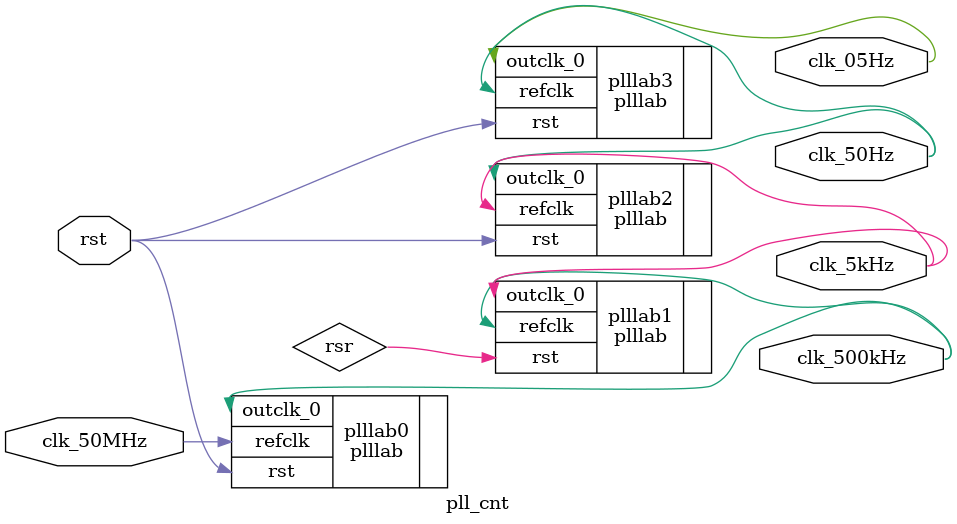
<source format=v>
module pll_cnt (
						input clk_50MHz, rst,
						output clk_500kHz, clk_5kHz, clk_50Hz, clk_05Hz
					);
			
	
plllab plllab0
		(
			.refclk(clk_50MHz),
			.rst(rst),
			.outclk_0(clk_500kHz)
		);
		
plllab plllab1 
		(
			.refclk(clk_500kHz),
			.rst(rsr),
			.outclk_0(clk_5kHz),
		);
		
plllab plllab2 
		(
			.refclk(clk_5kHz),
			.rst(rst),
			.outclk_0(clk_50Hz)
		);
		
plllab plllab3
		(
			.refclk(clk_50Hz),
			.rst(rst),
			.outclk_0(clk_05Hz)
		);
		
endmodule 
</source>
